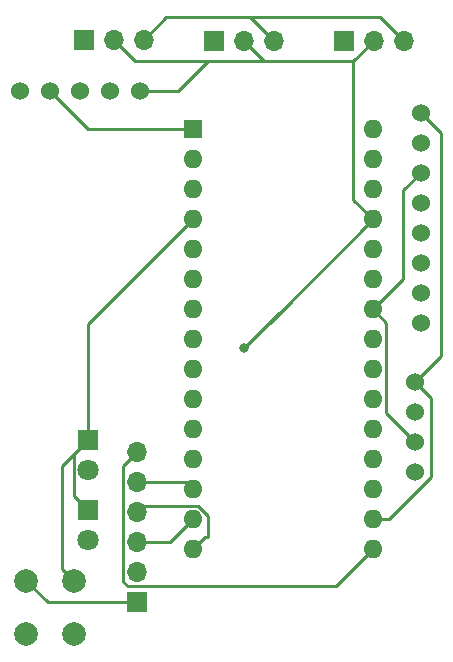
<source format=gbr>
%TF.GenerationSoftware,KiCad,Pcbnew,7.0.1*%
%TF.CreationDate,2023-04-05T12:26:27+02:00*%
%TF.ProjectId,STS,5354532e-6b69-4636-9164-5f7063625858,rev?*%
%TF.SameCoordinates,Original*%
%TF.FileFunction,Copper,L1,Top*%
%TF.FilePolarity,Positive*%
%FSLAX46Y46*%
G04 Gerber Fmt 4.6, Leading zero omitted, Abs format (unit mm)*
G04 Created by KiCad (PCBNEW 7.0.1) date 2023-04-05 12:26:27*
%MOMM*%
%LPD*%
G01*
G04 APERTURE LIST*
%TA.AperFunction,ComponentPad*%
%ADD10R,1.800000X1.800000*%
%TD*%
%TA.AperFunction,ComponentPad*%
%ADD11C,1.800000*%
%TD*%
%TA.AperFunction,ComponentPad*%
%ADD12R,1.700000X1.700000*%
%TD*%
%TA.AperFunction,ComponentPad*%
%ADD13O,1.700000X1.700000*%
%TD*%
%TA.AperFunction,ComponentPad*%
%ADD14C,1.524000*%
%TD*%
%TA.AperFunction,ComponentPad*%
%ADD15C,2.000000*%
%TD*%
%TA.AperFunction,ComponentPad*%
%ADD16R,1.600000X1.600000*%
%TD*%
%TA.AperFunction,ComponentPad*%
%ADD17O,1.600000X1.600000*%
%TD*%
%TA.AperFunction,ViaPad*%
%ADD18C,0.800000*%
%TD*%
%TA.AperFunction,Conductor*%
%ADD19C,0.250000*%
%TD*%
G04 APERTURE END LIST*
D10*
%TO.P,D2,1,K*%
%TO.N,Earth*%
X108825000Y-97750000D03*
D11*
%TO.P,D2,2,A*%
%TO.N,/D8*%
X108825000Y-100290000D03*
%TD*%
D12*
%TO.P,U3,1,vcc*%
%TO.N,/5V*%
X113000000Y-111540000D03*
D13*
%TO.P,U3,2,gnd*%
%TO.N,Earth*%
X113000000Y-109000000D03*
%TO.P,U3,3,mosi*%
%TO.N,/D11*%
X113000000Y-106460000D03*
%TO.P,U3,4,miso*%
%TO.N,/D12*%
X113000000Y-103920000D03*
%TO.P,U3,5,cs*%
%TO.N,/D10*%
X113000000Y-101380000D03*
%TO.P,U3,6,sck*%
%TO.N,/D13*%
X113000000Y-98840000D03*
%TD*%
D14*
%TO.P,U6,1,VCC*%
%TO.N,/5V*%
X113207000Y-68262500D03*
%TO.P,U6,2,GND*%
%TO.N,Earth*%
X110667000Y-68262500D03*
%TO.P,U6,3,RXD*%
%TO.N,/RX*%
X108127000Y-68262500D03*
%TO.P,U6,4,TXD*%
%TO.N,/TX*%
X105587000Y-68262500D03*
%TO.P,U6,5,SET*%
%TO.N,unconnected-(U6-SET-Pad5)*%
X103047000Y-68262500D03*
%TD*%
D12*
%TO.P,M2,1,PWM*%
%TO.N,/D2*%
X108460000Y-63900000D03*
D13*
%TO.P,M2,2,+*%
%TO.N,/5V*%
X111000000Y-63900000D03*
%TO.P,M2,3,-*%
%TO.N,Earth*%
X113540000Y-63900000D03*
%TD*%
D12*
%TO.P,M1,1,PWM*%
%TO.N,/D4*%
X130460000Y-64000000D03*
D13*
%TO.P,M1,2,+*%
%TO.N,/5V*%
X133000000Y-64000000D03*
%TO.P,M1,3,-*%
%TO.N,Earth*%
X135540000Y-64000000D03*
%TD*%
D15*
%TO.P,U1,1*%
%TO.N,/5V*%
X103612500Y-109750000D03*
%TO.N,Earth*%
X107612500Y-109750000D03*
%TO.P,U1,2*%
%TO.N,/D6*%
X103612500Y-114250000D03*
X107612500Y-114250000D03*
%TD*%
D16*
%TO.P,A1,1,D1/TX*%
%TO.N,/TX*%
X117697000Y-71484000D03*
D17*
%TO.P,A1,2,D0/RX*%
%TO.N,/RX*%
X117697000Y-74024000D03*
%TO.P,A1,3,~{RESET}*%
%TO.N,unconnected-(A1-~{RESET}-Pad3)*%
X117697000Y-76564000D03*
%TO.P,A1,4,GND*%
%TO.N,Earth*%
X117697000Y-79104000D03*
%TO.P,A1,5,D2*%
%TO.N,/D2*%
X117697000Y-81644000D03*
%TO.P,A1,6,D3*%
%TO.N,/D3*%
X117697000Y-84184000D03*
%TO.P,A1,7,D4*%
%TO.N,/D4*%
X117697000Y-86724000D03*
%TO.P,A1,8,D5*%
%TO.N,unconnected-(A1-D5-Pad8)*%
X117697000Y-89264000D03*
%TO.P,A1,9,D6*%
%TO.N,/D6*%
X117697000Y-91804000D03*
%TO.P,A1,10,D7*%
%TO.N,/D7*%
X117697000Y-94344000D03*
%TO.P,A1,11,D8*%
%TO.N,/D8*%
X117697000Y-96884000D03*
%TO.P,A1,12,D9*%
%TO.N,/D9*%
X117697000Y-99424000D03*
%TO.P,A1,13,D10*%
%TO.N,/D10*%
X117697000Y-101964000D03*
%TO.P,A1,14,D11*%
%TO.N,/D11*%
X117697000Y-104504000D03*
%TO.P,A1,15,D12*%
%TO.N,/D12*%
X117697000Y-107044000D03*
%TO.P,A1,16,D13*%
%TO.N,/D13*%
X132937000Y-107044000D03*
%TO.P,A1,17,3V3*%
%TO.N,Net-(A1-3V3)*%
X132937000Y-104504000D03*
%TO.P,A1,18,AREF*%
%TO.N,unconnected-(A1-AREF-Pad18)*%
X132937000Y-101964000D03*
%TO.P,A1,19,A0*%
%TO.N,unconnected-(A1-A0-Pad19)*%
X132937000Y-99424000D03*
%TO.P,A1,20,A1*%
%TO.N,unconnected-(A1-A1-Pad20)*%
X132937000Y-96884000D03*
%TO.P,A1,21,A2*%
%TO.N,unconnected-(A1-A2-Pad21)*%
X132937000Y-94344000D03*
%TO.P,A1,22,A3*%
%TO.N,unconnected-(A1-A3-Pad22)*%
X132937000Y-91804000D03*
%TO.P,A1,23,A4*%
%TO.N,Net-(A1-A4)*%
X132937000Y-89264000D03*
%TO.P,A1,24,A5*%
%TO.N,Net-(A1-A5)*%
X132937000Y-86724000D03*
%TO.P,A1,25,A6*%
%TO.N,unconnected-(A1-A6-Pad25)*%
X132937000Y-84184000D03*
%TO.P,A1,26,A7*%
%TO.N,unconnected-(A1-A7-Pad26)*%
X132937000Y-81644000D03*
%TO.P,A1,27,+5V*%
%TO.N,/5V*%
X132937000Y-79104000D03*
%TO.P,A1,28,~{RESET}*%
%TO.N,unconnected-(A1-~{RESET}-Pad28)*%
X132937000Y-76564000D03*
%TO.P,A1,29,GND*%
%TO.N,Earth*%
X132937000Y-74024000D03*
%TO.P,A1,30,VIN*%
%TO.N,Net-(A1-VIN)*%
X132937000Y-71484000D03*
%TD*%
D12*
%TO.P,M3,1,PWM*%
%TO.N,/D3*%
X119460000Y-64000000D03*
D13*
%TO.P,M3,2,+*%
%TO.N,/5V*%
X122000000Y-64000000D03*
%TO.P,M3,3,-*%
%TO.N,Earth*%
X124540000Y-64000000D03*
%TD*%
D10*
%TO.P,D1,1,K*%
%TO.N,Earth*%
X108825000Y-103750000D03*
D11*
%TO.P,D1,2,A*%
%TO.N,/D9*%
X108825000Y-106290000D03*
%TD*%
D14*
%TO.P,U2,1,SDA*%
%TO.N,Net-(A1-3V3)*%
X136507000Y-92863000D03*
%TO.P,U2,2,SCL*%
%TO.N,Earth*%
X136507000Y-95403000D03*
%TO.P,U2,3,GND*%
%TO.N,Net-(A1-A5)*%
X136507000Y-97943000D03*
%TO.P,U2,4,VIN*%
%TO.N,Net-(A1-A4)*%
X136507000Y-100483000D03*
%TD*%
%TO.P,U4,1,VCC*%
%TO.N,Net-(A1-3V3)*%
X137000000Y-70080000D03*
%TO.P,U4,2,GND*%
%TO.N,Earth*%
X137000000Y-72620000D03*
%TO.P,U4,3,SCL*%
%TO.N,Net-(A1-A5)*%
X137000000Y-75160000D03*
%TO.P,U4,4,SDA*%
%TO.N,Net-(A1-A4)*%
X137000000Y-77700000D03*
%TO.P,U4,5,XDA*%
%TO.N,unconnected-(U4-XDA-Pad5)*%
X137000000Y-80240000D03*
%TO.P,U4,6,XCL*%
%TO.N,unconnected-(U4-XCL-Pad6)*%
X137000000Y-82780000D03*
%TO.P,U4,7,ADD*%
%TO.N,unconnected-(U4-ADD-Pad7)*%
X137000000Y-85320000D03*
%TO.P,U4,8,INT*%
%TO.N,unconnected-(U4-INT-Pad8)*%
X137000000Y-87860000D03*
%TD*%
D18*
%TO.N,/5V*%
X122000000Y-90000000D03*
%TD*%
D19*
%TO.N,Earth*%
X122540000Y-62000000D02*
X124540000Y-64000000D01*
X122540000Y-62000000D02*
X133540000Y-62000000D01*
X106612500Y-99962500D02*
X107600000Y-98975000D01*
X106612500Y-108750000D02*
X106612500Y-99962500D01*
X133540000Y-62000000D02*
X135540000Y-64000000D01*
X115440000Y-62000000D02*
X122540000Y-62000000D01*
X108825000Y-87976000D02*
X108825000Y-97750000D01*
X108825000Y-103750000D02*
X107600000Y-102525000D01*
X113540000Y-63900000D02*
X115440000Y-62000000D01*
X117697000Y-79104000D02*
X108825000Y-87976000D01*
X107612500Y-109750000D02*
X106612500Y-108750000D01*
X107600000Y-102525000D02*
X107600000Y-98975000D01*
X107600000Y-98975000D02*
X108825000Y-97750000D01*
%TO.N,/D10*%
X117113000Y-101380000D02*
X117697000Y-101964000D01*
X113000000Y-101380000D02*
X117113000Y-101380000D01*
%TO.N,/D11*%
X113000000Y-106460000D02*
X115741000Y-106460000D01*
X115741000Y-106460000D02*
X117697000Y-104504000D01*
%TO.N,/D12*%
X118741000Y-106000000D02*
X117697000Y-107044000D01*
X113000000Y-103920000D02*
X113541000Y-103379000D01*
X113541000Y-103379000D02*
X118162991Y-103379000D01*
X119000000Y-106000000D02*
X118741000Y-106000000D01*
X118162991Y-103379000D02*
X119000000Y-104216009D01*
X119000000Y-104216009D02*
X119000000Y-106000000D01*
%TO.N,/D13*%
X129806000Y-110175000D02*
X132937000Y-107044000D01*
X111825000Y-109825000D02*
X112175000Y-110175000D01*
X112175000Y-110175000D02*
X129806000Y-110175000D01*
X113000000Y-98840000D02*
X111825000Y-100015000D01*
X111825000Y-100015000D02*
X111825000Y-109825000D01*
%TO.N,Net-(A1-3V3)*%
X136507000Y-92863000D02*
X137900000Y-94256000D01*
X138700000Y-90670000D02*
X138700000Y-71780000D01*
X137900000Y-100900000D02*
X134296000Y-104504000D01*
X138700000Y-71780000D02*
X137000000Y-70080000D01*
X137900000Y-94256000D02*
X137900000Y-100900000D01*
X134296000Y-104504000D02*
X132937000Y-104504000D01*
X136507000Y-92863000D02*
X138700000Y-90670000D01*
%TO.N,Net-(A1-A5)*%
X136507000Y-97943000D02*
X134062000Y-95498000D01*
X134062000Y-87849000D02*
X132937000Y-86724000D01*
X132937000Y-86724000D02*
X135500000Y-84161000D01*
X134062000Y-95498000D02*
X134062000Y-87849000D01*
X135500000Y-76660000D02*
X137000000Y-75160000D01*
X135500000Y-84161000D02*
X135500000Y-76660000D01*
%TO.N,/5V*%
X105402500Y-111540000D02*
X113000000Y-111540000D01*
X122000000Y-90000000D02*
X125000000Y-87000000D01*
X125041000Y-87000000D02*
X132937000Y-79104000D01*
X132937000Y-79104000D02*
X131300000Y-77467000D01*
X125000000Y-87000000D02*
X125041000Y-87000000D01*
X119000000Y-65700000D02*
X116437500Y-68262500D01*
X131300000Y-77467000D02*
X131300000Y-65700000D01*
X131300000Y-65700000D02*
X123700000Y-65700000D01*
X103612500Y-109750000D02*
X105402500Y-111540000D01*
X123700000Y-65700000D02*
X119000000Y-65700000D01*
X119000000Y-65700000D02*
X112800000Y-65700000D01*
X112800000Y-65700000D02*
X111000000Y-63900000D01*
X124192000Y-87849000D02*
X132937000Y-79104000D01*
X116437500Y-68262500D02*
X113207000Y-68262500D01*
X131300000Y-65700000D02*
X133000000Y-64000000D01*
X123700000Y-65700000D02*
X122000000Y-64000000D01*
%TO.N,/TX*%
X108808500Y-71484000D02*
X105587000Y-68262500D01*
X117697000Y-71484000D02*
X108808500Y-71484000D01*
%TD*%
M02*

</source>
